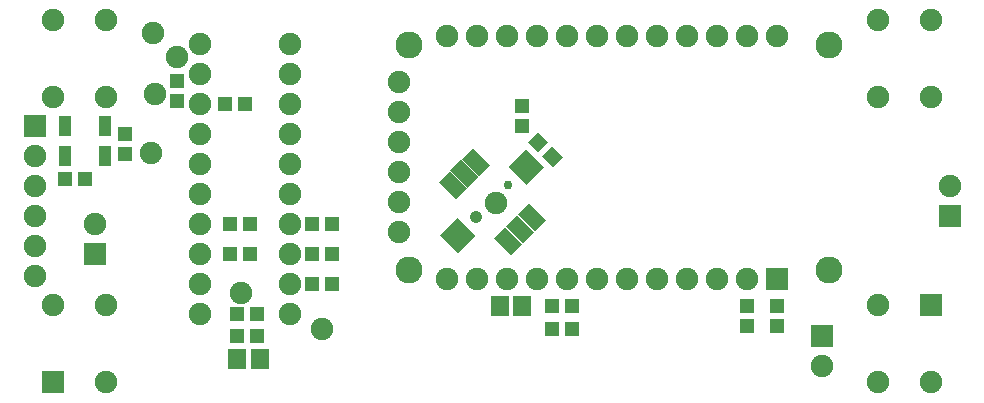
<source format=gbr>
G04 DipTrace 2.4.0.2*
%INTopMask.gbr*%
%MOIN*%
%ADD31C,0.0295*%
%ADD32C,0.0413*%
%ADD33C,0.09*%
%ADD44C,0.075*%
%ADD46C,0.0749*%
%ADD48R,0.0749X0.0749*%
%ADD50R,0.0395X0.071*%
%ADD52R,0.0592X0.0671*%
%ADD54R,0.0513X0.0474*%
%ADD56R,0.0474X0.0513*%
%FSLAX44Y44*%
G04*
G70*
G90*
G75*
G01*
%LNTopMask*%
%LPD*%
G36*
X18937Y12360D2*
X19300Y12723D1*
X19871Y12151D1*
X19508Y11788D1*
X18937Y12360D1*
G37*
G36*
X18547Y11970D2*
X18910Y12333D1*
X19482Y11761D1*
X19119Y11398D1*
X18547Y11970D1*
G37*
G36*
X18157Y11580D2*
X18520Y11943D1*
X19092Y11372D1*
X18729Y11009D1*
X18157Y11580D1*
G37*
G36*
X20009Y9729D2*
X20371Y10092D1*
X20943Y9520D1*
X20580Y9157D1*
X20009Y9729D1*
G37*
G36*
X20398Y10119D2*
X20761Y10482D1*
X21333Y9910D1*
X20970Y9547D1*
X20398Y10119D1*
G37*
G36*
X20788Y10509D2*
X21151Y10871D1*
X21723Y10300D1*
X21360Y9937D1*
X20788Y10509D1*
G37*
G36*
X21067Y12681D2*
X21681Y12067D1*
X21095Y11482D1*
X20482Y12095D1*
X21067Y12681D1*
G37*
G36*
X18785Y10398D2*
X19398Y9785D1*
X18813Y9199D1*
X18199Y9813D1*
X18785Y10398D1*
G37*
D31*
X20469Y11469D3*
D32*
X19411Y10411D3*
D54*
X5690Y11690D3*
X6359D3*
D52*
X11440Y5690D3*
X12188D3*
D54*
X11440Y6440D3*
X12109D3*
X11440Y7190D3*
X12109D3*
D52*
X20940Y7440D3*
X20192D3*
D54*
X21940Y6690D3*
X22609D3*
X21940Y7440D3*
X22609D3*
D50*
X5690Y12440D3*
X7029D3*
X5690Y13440D3*
X7029D3*
G36*
X21591Y12454D2*
X21926Y12789D1*
X22289Y12426D1*
X21954Y12091D1*
X21591Y12454D1*
G37*
G36*
X21118Y12927D2*
X21453Y13262D1*
X21816Y12899D1*
X21481Y12564D1*
X21118Y12927D1*
G37*
D48*
X6690Y9190D3*
D46*
Y10190D3*
D48*
X30940Y6440D3*
D46*
Y5440D3*
D48*
X4690Y13440D3*
D46*
Y12440D3*
Y11440D3*
Y10440D3*
Y9440D3*
Y8440D3*
D48*
X35190Y10440D3*
D46*
Y11440D3*
D48*
X29440Y8360D3*
D46*
X28440Y8355D3*
X27440D3*
X26440D3*
X25440D3*
X24440D3*
X23440D3*
X22440D3*
X21440D3*
X20440D3*
X19440D3*
X18440D3*
X16840Y9900D3*
Y10900D3*
Y11900D3*
Y12900D3*
Y13900D3*
Y14900D3*
X18440Y16440D3*
X19440D3*
X20440D3*
X21440D3*
X22440D3*
X23440D3*
X24440D3*
X25440D3*
X26440D3*
X27440D3*
X28440D3*
X29440D3*
D33*
X31170Y8650D3*
Y16150D3*
X17170Y8650D3*
Y16150D3*
D44*
X9440Y15753D3*
X8627Y16565D3*
X8690Y14503D3*
X20065Y10878D3*
X14252Y6690D3*
X11565Y7878D3*
X8565Y12565D3*
D56*
X7690Y13190D3*
Y12521D3*
X9440Y14940D3*
Y14271D3*
D54*
X13940Y8190D3*
X14609D3*
D56*
X20940Y13440D3*
Y14109D3*
D54*
X11690Y14190D3*
X11021D3*
X13940Y9190D3*
X14609D3*
X13940Y10190D3*
X14609D3*
X11190D3*
X11859D3*
X11190Y9190D3*
X11859D3*
D56*
X28440Y7440D3*
Y6771D3*
X29440Y7440D3*
Y6771D3*
D46*
X34576Y16970D3*
X32804D3*
Y14410D3*
X34576D3*
D48*
Y7470D3*
D46*
X32804D3*
Y4910D3*
X34576D3*
X5304Y14410D3*
X7076D3*
Y16970D3*
X5304D3*
D48*
Y4910D3*
D46*
X7076D3*
Y7470D3*
X5304D3*
X10190Y7190D3*
Y8190D3*
Y9190D3*
Y10190D3*
Y11190D3*
Y12190D3*
Y13190D3*
Y14190D3*
Y15190D3*
Y16190D3*
X13190Y7190D3*
Y8190D3*
Y9190D3*
Y10190D3*
Y11190D3*
Y12190D3*
Y13190D3*
Y14190D3*
Y15190D3*
Y16190D3*
M02*

</source>
